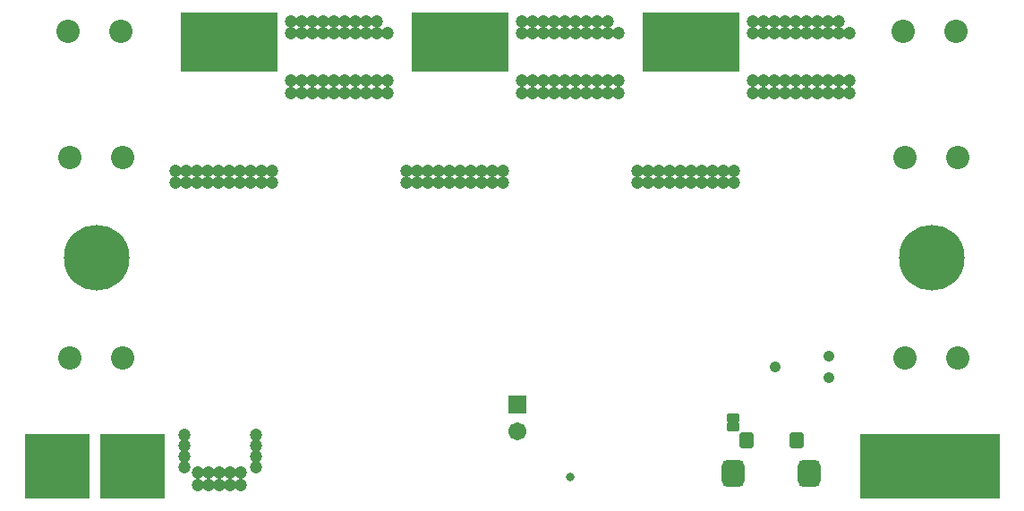
<source format=gbs>
G04 Layer_Color=16711935*
%FSLAX25Y25*%
%MOIN*%
G70*
G01*
G75*
%ADD103C,0.08674*%
%ADD104C,0.24422*%
%ADD105R,0.51981X0.24422*%
%ADD106R,0.24422X0.24422*%
%ADD107R,0.36233X0.22453*%
%ADD108C,0.04200*%
G04:AMPARAMS|DCode=109|XSize=63.12mil|YSize=55.24mil|CornerRadius=15.81mil|HoleSize=0mil|Usage=FLASHONLY|Rotation=90.000|XOffset=0mil|YOffset=0mil|HoleType=Round|Shape=RoundedRectangle|*
%AMROUNDEDRECTD109*
21,1,0.06312,0.02362,0,0,90.0*
21,1,0.03150,0.05524,0,0,90.0*
1,1,0.03162,0.01181,0.01575*
1,1,0.03162,0.01181,-0.01575*
1,1,0.03162,-0.01181,-0.01575*
1,1,0.03162,-0.01181,0.01575*
%
%ADD109ROUNDEDRECTD109*%
G04:AMPARAMS|DCode=110|XSize=102.49mil|YSize=84.77mil|CornerRadius=23.19mil|HoleSize=0mil|Usage=FLASHONLY|Rotation=90.000|XOffset=0mil|YOffset=0mil|HoleType=Round|Shape=RoundedRectangle|*
%AMROUNDEDRECTD110*
21,1,0.10249,0.03839,0,0,90.0*
21,1,0.05610,0.08477,0,0,90.0*
1,1,0.04639,0.01919,0.02805*
1,1,0.04639,0.01919,-0.02805*
1,1,0.04639,-0.01919,-0.02805*
1,1,0.04639,-0.01919,0.02805*
%
%ADD110ROUNDEDRECTD110*%
%ADD111C,0.06706*%
%ADD112R,0.06706X0.06706*%
G04:AMPARAMS|DCode=113|XSize=47.37mil|YSize=35.56mil|CornerRadius=10.89mil|HoleSize=0mil|Usage=FLASHONLY|Rotation=0.000|XOffset=0mil|YOffset=0mil|HoleType=Round|Shape=RoundedRectangle|*
%AMROUNDEDRECTD113*
21,1,0.04737,0.01378,0,0,0.0*
21,1,0.02559,0.03556,0,0,0.0*
1,1,0.02178,0.01279,-0.00689*
1,1,0.02178,-0.01279,-0.00689*
1,1,0.02178,-0.01279,0.00689*
1,1,0.02178,0.01279,0.00689*
%
%ADD113ROUNDEDRECTD113*%
%ADD114C,0.03162*%
%ADD115C,0.04737*%
D103*
X348425Y127953D02*
D03*
X328740D02*
D03*
X348425Y53150D02*
D03*
X328740D02*
D03*
X37402D02*
D03*
X17717D02*
D03*
X37402Y127953D02*
D03*
X17717D02*
D03*
X328000Y175000D02*
D03*
X347685D02*
D03*
X17000D02*
D03*
X36685D02*
D03*
D104*
X338583Y90551D02*
D03*
X27559D02*
D03*
D105*
X338000Y13000D02*
D03*
D106*
X12992Y12992D02*
D03*
X40945D02*
D03*
D107*
X249000Y171000D02*
D03*
X163000D02*
D03*
X77000D02*
D03*
D108*
X280500Y49900D02*
D03*
X300500Y53900D02*
D03*
Y45900D02*
D03*
D109*
X288449Y22472D02*
D03*
X269551Y22472D02*
D03*
D110*
X293173Y10268D02*
D03*
X264827D02*
D03*
D111*
X184500Y26000D02*
D03*
D112*
Y36000D02*
D03*
D113*
X264600Y31000D02*
D03*
Y27600D02*
D03*
D114*
X204000Y9000D02*
D03*
D115*
X210000Y152000D02*
D03*
X206000D02*
D03*
Y156500D02*
D03*
X210000D02*
D03*
X222000Y152000D02*
D03*
X218000Y156500D02*
D03*
X214000D02*
D03*
X218000Y152000D02*
D03*
X151000Y118500D02*
D03*
Y123000D02*
D03*
X147000D02*
D03*
X245000Y118500D02*
D03*
X136000Y152000D02*
D03*
X132000D02*
D03*
Y156500D02*
D03*
X128000D02*
D03*
X124000D02*
D03*
X288000Y152000D02*
D03*
X292000D02*
D03*
Y156500D02*
D03*
X288000D02*
D03*
X233000Y123000D02*
D03*
Y118500D02*
D03*
X237000Y123000D02*
D03*
X241000D02*
D03*
X245000D02*
D03*
X249000D02*
D03*
Y118500D02*
D03*
X237000D02*
D03*
X73500Y6000D02*
D03*
X77500D02*
D03*
X81500D02*
D03*
Y10500D02*
D03*
X77500D02*
D03*
X73500D02*
D03*
X65500Y6000D02*
D03*
Y10500D02*
D03*
X69500D02*
D03*
Y6000D02*
D03*
X60500Y20500D02*
D03*
Y16500D02*
D03*
Y12500D02*
D03*
Y24500D02*
D03*
X87000Y20500D02*
D03*
Y16500D02*
D03*
Y12500D02*
D03*
Y24500D02*
D03*
X272000Y156500D02*
D03*
X276000D02*
D03*
X280000D02*
D03*
X284000D02*
D03*
X308000D02*
D03*
X296000D02*
D03*
X300000D02*
D03*
X304000D02*
D03*
X272000Y152000D02*
D03*
X276000D02*
D03*
X280000D02*
D03*
X284000D02*
D03*
X308000D02*
D03*
X296000D02*
D03*
X300000D02*
D03*
X304000D02*
D03*
X202000Y156500D02*
D03*
X186000D02*
D03*
X190000D02*
D03*
X194000D02*
D03*
X198000D02*
D03*
X222000D02*
D03*
X202000Y152000D02*
D03*
X186000D02*
D03*
X190000D02*
D03*
X194000D02*
D03*
X198000D02*
D03*
X214000D02*
D03*
X116000Y156500D02*
D03*
X100000D02*
D03*
X104000D02*
D03*
X108000D02*
D03*
X112000D02*
D03*
X136000D02*
D03*
X120000D02*
D03*
X116000Y152000D02*
D03*
X100000D02*
D03*
X104000D02*
D03*
X108000D02*
D03*
X112000D02*
D03*
X120000D02*
D03*
X124000D02*
D03*
X128000D02*
D03*
X292000Y174209D02*
D03*
X308000D02*
D03*
X304000D02*
D03*
X300000D02*
D03*
X296000D02*
D03*
X272000D02*
D03*
X288000D02*
D03*
X284000D02*
D03*
X280000D02*
D03*
X276000D02*
D03*
X292000Y178709D02*
D03*
X304000D02*
D03*
X300000D02*
D03*
X296000D02*
D03*
X272000D02*
D03*
X288000D02*
D03*
X284000D02*
D03*
X280000D02*
D03*
X276000D02*
D03*
X206000Y174209D02*
D03*
X222000D02*
D03*
X218000D02*
D03*
X214000D02*
D03*
X210000D02*
D03*
X186000D02*
D03*
X202000D02*
D03*
X198000D02*
D03*
X194000D02*
D03*
X190000D02*
D03*
X206000Y178709D02*
D03*
X218000D02*
D03*
X214000D02*
D03*
X210000D02*
D03*
X186000D02*
D03*
X202000D02*
D03*
X198000D02*
D03*
X194000D02*
D03*
X190000D02*
D03*
X120000Y174209D02*
D03*
X136000D02*
D03*
X132000D02*
D03*
X128000D02*
D03*
X124000D02*
D03*
X100000D02*
D03*
X116000D02*
D03*
X112000D02*
D03*
X108000D02*
D03*
X104000D02*
D03*
X120000Y178709D02*
D03*
X132000D02*
D03*
X128000D02*
D03*
X124000D02*
D03*
X100000D02*
D03*
X116000D02*
D03*
X112000D02*
D03*
X108000D02*
D03*
X104000D02*
D03*
X265000Y118500D02*
D03*
X253000D02*
D03*
X229000D02*
D03*
X241000D02*
D03*
X265000Y123000D02*
D03*
X261000D02*
D03*
X257000D02*
D03*
X253000D02*
D03*
X229000D02*
D03*
X163000Y118500D02*
D03*
X179000D02*
D03*
X175000D02*
D03*
X171000D02*
D03*
X167000D02*
D03*
X143000D02*
D03*
X159000D02*
D03*
X155000D02*
D03*
X147000D02*
D03*
X163000Y123000D02*
D03*
X179000D02*
D03*
X175000D02*
D03*
X171000D02*
D03*
X167000D02*
D03*
X143000D02*
D03*
X159000D02*
D03*
X155000D02*
D03*
X61000D02*
D03*
X65000D02*
D03*
X69000D02*
D03*
X73000D02*
D03*
X57000D02*
D03*
X81000D02*
D03*
X85000D02*
D03*
X89000D02*
D03*
X93000D02*
D03*
X77000D02*
D03*
X61000Y118500D02*
D03*
X65000D02*
D03*
X69000D02*
D03*
X73000D02*
D03*
X57000D02*
D03*
X81000D02*
D03*
X85000D02*
D03*
X89000D02*
D03*
X93000D02*
D03*
X77000D02*
D03*
X261000D02*
D03*
X257000D02*
D03*
M02*

</source>
